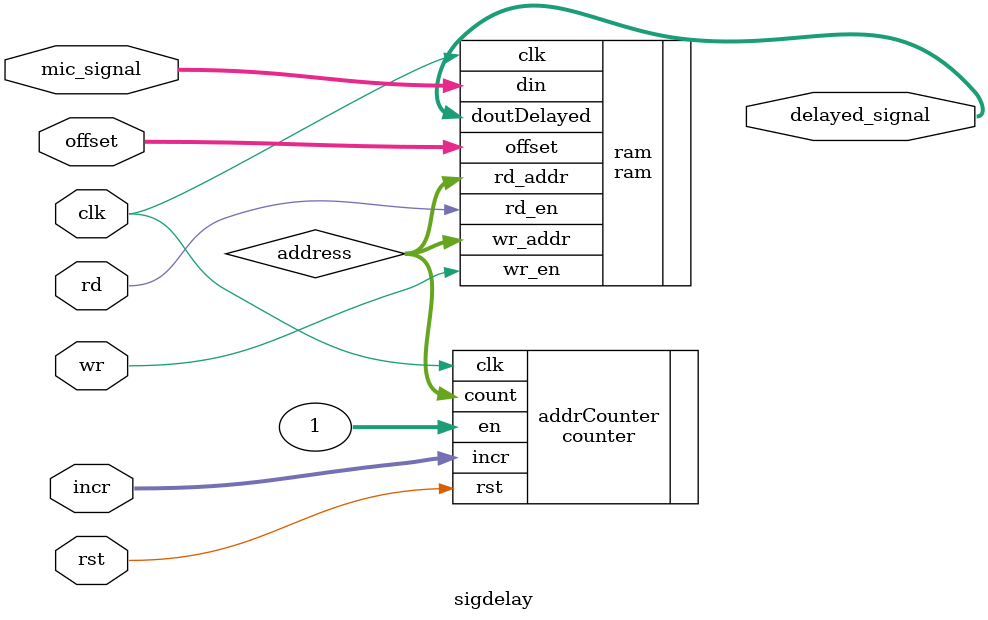
<source format=sv>
module sigdelay #(
    parameter   A_WIDTH = 9, // 512 = 2^9
                D_WIDTH = 8
) (
    // interface signals
    input  logic clk,
    input  logic rst,
    input  logic wr,
    input  logic rd,
    input  logic [D_WIDTH-1:0] incr, // incremenet for addr counter
    input  logic [A_WIDTH-1:0] offset,
    input  logic [D_WIDTH-1:0] mic_signal,
    output logic [D_WIDTH-1:0] delayed_signal
);

logic [A_WIDTH-1:0] address;
    
counter addrCounter (
    .clk(clk),
    .rst(rst),
    .en(1),
    .incr(incr),

    .count(address)
);

ram ram (
    .clk(clk),
    .wr_en(wr),
    .rd_en(rd),
    .wr_addr(address),
    .rd_addr(address),
    .din(mic_signal),
    .offset(offset),

    .doutDelayed(delayed_signal)
);

endmodule

</source>
